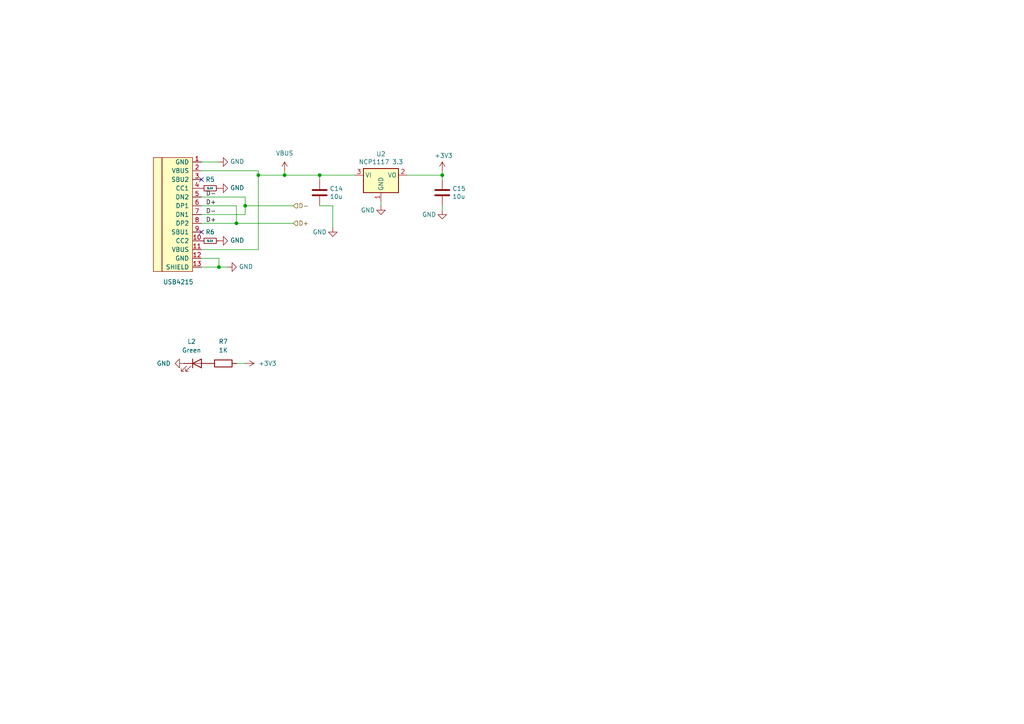
<source format=kicad_sch>
(kicad_sch (version 20250114) (generator "eeschema") (generator_version "9.0")
  (paper "A4")
  (title_block (title "MiniFRANK RM1U") (date "2025-03-04") (rev "1.01") (company "Mikhail Matveev") (comment 1 "https://github.com/xtremespb/frank"))
  (lib_symbols
    (symbol "+3V3_1" (power) (pin_numbers (hide yes)) (pin_names (offset 0) (hide yes))
      (property "Value" "+3V3" (at 0 3.556 0))
      (symbol "+3V3_1_0_1"
        (polyline (pts (xy -0.762 1.27) (xy 0 2.54)))
        (polyline (pts (xy 0 2.54) (xy 0.762 1.27)))
        (polyline (pts (xy 0 0) (xy 0 2.54)))
      )
      (symbol "+3V3_1_1_1"
        (pin power_in line (at 0 0 90) (length 0) (name "~") (number "1"))
      )
    )
    (symbol "Device:C" (pin_numbers (hide yes)) (pin_names (offset 0.254))
      (property "Reference" "C" (at 0.635 2.54 0))
      (property "Value" "C" (at 0.635 -2.54 0))
      (symbol "C_0_1"
        (polyline (pts (xy -2.032 0.762) (xy 2.032 0.762)) (stroke (width 0.508)))
        (polyline (pts (xy -2.032 -0.762) (xy 2.032 -0.762)) (stroke (width 0.508)))
      )
      (symbol "C_1_1"
        (pin passive line (at 0 3.81 270) (length 2.794) (name "~") (number "1"))
        (pin passive line (at 0 -3.81 90) (length 2.794) (name "~") (number "2"))
      )
    )
    (symbol "Device:LED" (pin_numbers (hide yes)) (pin_names (offset 1.016) (hide yes))
      (property "Reference" "D" (at 0 2.54 0))
      (property "Value" "LED" (at 0 -2.54 0))
      (symbol "LED_0_1"
        (polyline (pts (xy -3.048 -0.762) (xy -4.572 -2.286) (xy -3.81 -2.286) (xy -4.572 -2.286) (xy -4.572 -1.524)))
        (polyline (pts (xy -1.778 -0.762) (xy -3.302 -2.286) (xy -2.54 -2.286) (xy -3.302 -2.286) (xy -3.302 -1.524)))
        (polyline (pts (xy -1.27 0) (xy 1.27 0)))
        (polyline (pts (xy -1.27 -1.27) (xy -1.27 1.27)) (stroke (width 0.254)))
        (polyline (pts (xy 1.27 -1.27) (xy 1.27 1.27) (xy -1.27 0) (xy 1.27 -1.27)) (stroke (width 0.254)))
      )
      (symbol "LED_1_1"
        (pin passive line (at -3.81 0 0) (length 2.54) (name "K") (number "1"))
        (pin passive line (at 3.81 0 180) (length 2.54) (name "A") (number "2"))
      )
    )
    (symbol "Device:R" (pin_numbers (hide yes)) (pin_names (offset 0))
      (property "Reference" "R" (at 2.032 0 90))
      (property "Value" "R" (at 0 0 90))
      (symbol "R_0_1"
        (rectangle (start -1.016 -2.54) (end 1.016 2.54) (stroke (width 0.254)))
      )
      (symbol "R_1_1"
        (pin passive line (at 0 3.81 270) (length 1.27) (name "~") (number "1"))
        (pin passive line (at 0 -3.81 90) (length 1.27) (name "~") (number "2"))
      )
    )
    (symbol "Device:R_Small" (pin_numbers (hide yes)) (pin_names (offset 0.254) (hide yes))
      (property "Reference" "R" (at 0.762 0.508 0))
      (property "Value" "R_Small" (at 0.762 -1.016 0))
      (symbol "R_Small_0_1"
        (rectangle (start -0.762 1.778) (end 0.762 -1.778) (stroke (width 0.2032)))
      )
      (symbol "R_Small_1_1"
        (pin passive line (at 0 2.54 270) (length 0.762) (name "~") (number "1"))
        (pin passive line (at 0 -2.54 90) (length 0.762) (name "~") (number "2"))
      )
    )
    (symbol "FRANK:USB-C" (pin_names (offset 1.016))
      (property "Value" "USB Type C" (at 0.254 -20.828 0))
      (symbol "USB-C_0_1"
        (rectangle (start -11.43 15.24) (end -8.89 -17.78) (fill (type background)))
        (rectangle (start 0 -17.78) (end -8.89 15.24) (fill (type background)))
      )
      (symbol "USB-C_1_1"
        (pin input line (at 2.54 13.97 180) (length 2.54) (name "GND") (number "1"))
        (pin input line (at 2.54 11.43 180) (length 2.54) (name "VBUS") (number "2"))
        (pin input line (at 2.54 8.89 180) (length 2.54) (name "SBU2") (number "3"))
        (pin input line (at 2.54 6.35 180) (length 2.54) (name "CC1") (number "4"))
        (pin input line (at 2.54 3.81 180) (length 2.54) (name "DN2") (number "5"))
        (pin input line (at 2.54 1.27 180) (length 2.54) (name "DP1") (number "6"))
        (pin input line (at 2.54 -1.27 180) (length 2.54) (name "DN1") (number "7"))
        (pin input line (at 2.54 -3.81 180) (length 2.54) (name "DP2") (number "8"))
        (pin input line (at 2.54 -6.35 180) (length 2.54) (name "SBU1") (number "9"))
        (pin input line (at 2.54 -8.89 180) (length 2.54) (name "CC2") (number "10"))
        (pin input line (at 2.54 -11.43 180) (length 2.54) (name "VBUS") (number "11"))
        (pin input line (at 2.54 -13.97 180) (length 2.54) (name "GND") (number "12"))
        (pin input line (at 2.54 -16.51 180) (length 2.54) (name "SHIELD") (number "13"))
      )
    )
    (symbol "GND_1" (power) (pin_numbers (hide yes)) (pin_names (offset 0) (hide yes))
      (property "Value" "GND" (at 0 -3.81 0))
      (symbol "GND_1_0_1"
        (polyline (pts (xy 0 0) (xy 0 -1.27) (xy 1.27 -1.27) (xy 0 -2.54) (xy -1.27 -1.27) (xy 0 -1.27)))
      )
      (symbol "GND_1_1_1"
        (pin power_in line (at 0 0 270) (length 0) (name "~") (number "1"))
      )
    )
    (symbol "GND_2" (power) (pin_numbers (hide yes)) (pin_names (offset 0) (hide yes))
      (property "Value" "GND" (at 0 -3.81 0))
      (symbol "GND_2_0_1"
        (polyline (pts (xy 0 0) (xy 0 -1.27) (xy 1.27 -1.27) (xy 0 -2.54) (xy -1.27 -1.27) (xy 0 -1.27)))
      )
      (symbol "GND_2_1_1"
        (pin power_in line (at 0 0 270) (length 0) (name "~") (number "1"))
      )
    )
    (symbol "GND_3" (power) (pin_numbers (hide yes)) (pin_names (offset 0) (hide yes))
      (property "Value" "GND" (at 0 -3.81 0))
      (symbol "GND_3_0_1"
        (polyline (pts (xy 0 0) (xy 0 -1.27) (xy 1.27 -1.27) (xy 0 -2.54) (xy -1.27 -1.27) (xy 0 -1.27)))
      )
      (symbol "GND_3_1_1"
        (pin power_in line (at 0 0 270) (length 0) (name "~") (number "1"))
      )
    )
    (symbol "GND_4" (power) (pin_numbers (hide yes)) (pin_names (offset 0) (hide yes))
      (property "Value" "GND" (at 0 -3.81 0))
      (symbol "GND_4_0_1"
        (polyline (pts (xy 0 0) (xy 0 -1.27) (xy 1.27 -1.27) (xy 0 -2.54) (xy -1.27 -1.27) (xy 0 -1.27)))
      )
      (symbol "GND_4_1_1"
        (pin power_in line (at 0 0 270) (length 0) (name "~") (number "1"))
      )
    )
    (symbol "GND_5" (power) (pin_numbers (hide yes)) (pin_names (offset 0) (hide yes))
      (property "Value" "GND" (at 0 -3.81 0))
      (symbol "GND_5_0_1"
        (polyline (pts (xy 0 0) (xy 0 -1.27) (xy 1.27 -1.27) (xy 0 -2.54) (xy -1.27 -1.27) (xy 0 -1.27)))
      )
      (symbol "GND_5_1_1"
        (pin power_in line (at 0 0 270) (length 0) (name "~") (number "1"))
      )
    )
    (symbol "GND_6" (power) (pin_numbers (hide yes)) (pin_names (offset 0) (hide yes))
      (property "Value" "GND" (at 0 -3.81 0))
      (symbol "GND_6_0_1"
        (polyline (pts (xy 0 0) (xy 0 -1.27) (xy 1.27 -1.27) (xy 0 -2.54) (xy -1.27 -1.27) (xy 0 -1.27)))
      )
      (symbol "GND_6_1_1"
        (pin power_in line (at 0 0 270) (length 0) (name "~") (number "1"))
      )
    )
    (symbol "GND_7" (power) (pin_numbers (hide yes)) (pin_names (offset 0) (hide yes))
      (property "Value" "GND" (at 0 -3.81 0))
      (symbol "GND_7_0_1"
        (polyline (pts (xy 0 0) (xy 0 -1.27) (xy 1.27 -1.27) (xy 0 -2.54) (xy -1.27 -1.27) (xy 0 -1.27)))
      )
      (symbol "GND_7_1_1"
        (pin power_in line (at 0 0 270) (length 0) (name "~") (number "1"))
      )
    )
    (symbol "Regulator_Linear:NCP1117-3.3_SOT223"
      (property "Reference" "U" (at -3.81 3.175 0))
      (property "Value" "NCP1117-3.3_SOT223" (at 0 3.175 0))
      (symbol "NCP1117-3.3_SOT223_0_1"
        (rectangle (start -5.08 -5.08) (end 5.08 1.905) (stroke (width 0.254)) (fill (type background)))
      )
      (symbol "NCP1117-3.3_SOT223_1_1"
        (pin power_in line (at -7.62 0 0) (length 2.54) (name "VI") (number "3"))
        (pin power_in line (at 0 -7.62 90) (length 2.54) (name "GND") (number "1"))
        (pin power_out line (at 7.62 0 180) (length 2.54) (name "VO") (number "2"))
      )
    )
    (symbol "power:+3V3" (power) (pin_numbers (hide yes)) (pin_names (offset 0) (hide yes))
      (property "Value" "+3V3" (at 0 3.556 0))
      (symbol "+3V3_0_1"
        (polyline (pts (xy -0.762 1.27) (xy 0 2.54)))
        (polyline (pts (xy 0 2.54) (xy 0.762 1.27)))
        (polyline (pts (xy 0 0) (xy 0 2.54)))
      )
      (symbol "+3V3_1_1"
        (pin power_in line (at 0 0 90) (length 0) (name "~") (number "1"))
      )
    )
    (symbol "power:GND" (power) (pin_numbers (hide yes)) (pin_names (offset 0) (hide yes))
      (property "Value" "GND" (at 0 -3.81 0))
      (symbol "GND_0_1"
        (polyline (pts (xy 0 0) (xy 0 -1.27) (xy 1.27 -1.27) (xy 0 -2.54) (xy -1.27 -1.27) (xy 0 -1.27)))
      )
      (symbol "GND_1_1"
        (pin power_in line (at 0 0 270) (length 0) (name "~") (number "1"))
      )
    )
    (symbol "power:VBUS" (power) (pin_numbers (hide yes)) (pin_names (offset 0) (hide yes))
      (property "Value" "VBUS" (at 0 3.556 0))
      (symbol "VBUS_0_1"
        (polyline (pts (xy -0.762 1.27) (xy 0 2.54)))
        (polyline (pts (xy 0 2.54) (xy 0.762 1.27)))
        (polyline (pts (xy 0 0) (xy 0 2.54)))
      )
      (symbol "VBUS_1_1"
        (pin power_in line (at 0 0 90) (length 0) (name "~") (number "1"))
      )
    )
  )
  (junction (at 74.93 50.8))
  (junction (at 68.58 64.77))
  (junction (at 82.55 50.8))
  (junction (at 92.71 50.8))
  (junction (at 63.5 77.47))
  (junction (at 128.27 50.8))
  (junction (at 71.12 59.69))
  (no_connect (at 58.42 67.31))
  (no_connect (at 58.42 52.07))
  (wire (pts (xy 58.42 49.53) (xy 74.93 49.53)))
  (wire (pts (xy 58.42 59.69) (xy 68.58 59.69)))
  (wire (pts (xy 82.55 50.8) (xy 92.71 50.8)))
  (wire (pts (xy 102.87 50.8) (xy 92.71 50.8)))
  (wire (pts (xy 128.27 50.8) (xy 128.27 49.53)))
  (wire (pts (xy 63.5 77.47) (xy 66.04 77.47)))
  (wire (pts (xy 82.55 49.53) (xy 82.55 50.8)))
  (wire (pts (xy 63.5 74.93) (xy 63.5 77.47)))
  (wire (pts (xy 74.93 72.39) (xy 58.42 72.39)))
  (wire (pts (xy 92.71 52.07) (xy 92.71 50.8)))
  (wire (pts (xy 128.27 52.07) (xy 128.27 50.8)))
  (wire (pts (xy 96.52 59.69) (xy 92.71 59.69)))
  (wire (pts (xy 118.11 50.8) (xy 128.27 50.8)))
  (wire (pts (xy 58.42 57.15) (xy 71.12 57.15)))
  (wire (pts (xy 58.42 62.23) (xy 71.12 62.23)))
  (wire (pts (xy 71.12 59.69) (xy 85.09 59.69)))
  (wire (pts (xy 74.93 50.8) (xy 74.93 72.39)))
  (wire (pts (xy 74.93 49.53) (xy 74.93 50.8)))
  (wire (pts (xy 71.12 59.69) (xy 71.12 62.23)))
  (wire (pts (xy 58.42 46.99) (xy 63.5 46.99)))
  (wire (pts (xy 128.27 59.69) (xy 128.27 60.96)))
  (wire (pts (xy 58.42 77.47) (xy 63.5 77.47)))
  (wire (pts (xy 58.42 64.77) (xy 68.58 64.77)))
  (wire (pts (xy 96.52 59.69) (xy 96.52 66.04)))
  (wire (pts (xy 58.42 74.93) (xy 63.5 74.93)))
  (wire (pts (xy 71.12 57.15) (xy 71.12 59.69)))
  (wire (pts (xy 68.58 105.41) (xy 71.12 105.41)))
  (wire (pts (xy 74.93 50.8) (xy 82.55 50.8)))
  (wire (pts (xy 110.49 58.42) (xy 110.49 59.69)))
  (wire (pts (xy 68.58 64.77) (xy 85.09 64.77)))
  (wire (pts (xy 68.58 59.69) (xy 68.58 64.77)))
  (label "D-" (at 59.69 62.23 0))
  (label "D+" (at 59.69 64.77 0))
  (label "D-" (at 59.69 57.15 0))
  (label "D+" (at 59.69 59.69 0))
  (hierarchical_label "D-" (shape input) (at 85.09 59.69 0))
  (hierarchical_label "D+" (shape input) (at 85.09 64.77 0))
  (symbol (lib_name "GND_3") (lib_id "power:GND") (at 96.52 66.04 0) (unit 1)
    (property "Reference" "#PWR019" (effects (hide yes)))
    (property "Value" "GND" (at 92.71 67.31 0))
    (property "Description" "Power symbol creates a global label with name \"GND\" , ground" (effects (hide yes)))
  )
  (symbol (lib_id "power:VBUS") (at 82.55 49.53 0) (unit 1)
    (property "Reference" "#PWR014" (effects (hide yes)))
    (property "Value" "VBUS" (at 82.55 44.45 0))
    (property "Description" "Power symbol creates a global label with name \"VBUS\"" (effects (hide yes)))
  )
  (symbol (lib_name "GND_5") (lib_id "power:GND") (at 63.5 69.85 90) (unit 1)
    (property "Reference" "#PWR020" (effects (hide yes)))
    (property "Value" "GND" (at 66.7512 69.723 90) (effects (justify right)))
    (property "Description" "Power symbol creates a global label with name \"GND\" , ground" (effects (hide yes)))
  )
  (symbol (lib_name "GND_2") (lib_id "power:GND") (at 53.34 105.41 270) (unit 1)
    (property "Reference" "#PWR022" (effects (hide yes)))
    (property "Value" "GND" (at 49.53 105.4099 90) (effects (justify right)))
    (property "Description" "Power symbol creates a global label with name \"GND\" , ground" (effects (hide yes)))
  )
  (symbol (lib_id "Device:LED") (at 57.15 105.41 0) (unit 1)
    (property "Reference" "L2" (at 55.5625 99.06 0))
    (property "Value" "Green" (at 55.5625 101.6 0))
    (property "Footprint" "FRANK:LED (0805)" (effects (hide yes)))
    (property "Description" "Light emitting diode" (effects (hide yes)))
    (property "AliExpress" "https://www.aliexpress.com/item/1005005975741298.html" (effects (hide yes)))
    (property "Sim.Pins" "1=K 2=A" (effects (hide yes)))
  )
  (symbol (lib_id "Regulator_Linear:NCP1117-3.3_SOT223") (at 110.49 50.8 0) (unit 1)
    (property "Reference" "U2" (at 110.49 44.6532 0))
    (property "Value" "NCP1117 3.3" (at 110.49 46.9646 0))
    (property "Footprint" "FRANK:SOT-223" (effects (hide yes)))
    (property "Datasheet" "http://www.onsemi.com/pub_link/Collateral/NCP1117-D.PDF" (effects (hide yes)))
    (property "AliExpress" "https://www.aliexpress.com/item/1005005802338707.html" (effects (hide yes)))
  )
  (symbol (lib_id "Device:C") (at 128.27 55.88 0) (unit 1)
    (property "Reference" "C15" (at 131.191 54.7116 0) (effects (justify left)))
    (property "Value" "10u" (at 131.191 57.023 0) (effects (justify left)))
    (property "Footprint" "FRANK:Capacitor (0805)" (effects (hide yes)))
    (property "Datasheet" "https://eu.mouser.com/datasheet/2/40/KGM_X7R-3223212.pdf" (effects (hide yes)))
    (property "AliExpress" "https://www.aliexpress.com/item/33008008276.html" (effects (hide yes)))
  )
  (symbol (lib_id "FRANK:USB-C") (at 55.88 60.96 0) (unit 1)
    (property "Reference" "USB1" (effects (hide yes)))
    (property "Value" "USB4215" (at 56.134 81.788 0) (effects (justify right)))
    (property "Footprint" "FRANK:USB Type C" (effects (hide yes)))
    (property "Datasheet" "https://eu.mouser.com/datasheet/2/837/usb4215-3472997.pdf" (effects (hide yes)))
    (property "LCSC" "C165948" (effects (hide yes)))
    (property "AliExpress" "https://www.aliexpress.com/item/1005005500797563.html" (effects (hide yes)))
  )
  (symbol (lib_id "Device:C") (at 92.71 55.88 0) (unit 1)
    (property "Reference" "C14" (at 95.631 54.7116 0) (effects (justify left)))
    (property "Value" "10u" (at 95.631 57.023 0) (effects (justify left)))
    (property "Footprint" "FRANK:Capacitor (0805)" (effects (hide yes)))
    (property "Datasheet" "https://eu.mouser.com/datasheet/2/40/KGM_X7R-3223212.pdf" (effects (hide yes)))
    (property "AliExpress" "https://www.aliexpress.com/item/33008008276.html" (effects (hide yes)))
  )
  (symbol (lib_id "Device:R") (at 64.77 105.41 90) (unit 1)
    (property "Reference" "R7" (at 64.77 99.06 90))
    (property "Value" "1K" (at 64.77 101.6 90))
    (property "Footprint" "FRANK:Resistor (0805)" (effects (hide yes)))
    (property "Datasheet" "https://www.vishay.com/docs/28952/mcs0402at-mct0603at-mcu0805at-mca1206at.pdf" (effects (hide yes)))
    (property "Description" "Resistor" (effects (hide yes)))
    (property "AliExpress" "https://www.aliexpress.com/item/1005005945735199.html" (effects (hide yes)))
  )
  (symbol (lib_id "Device:R_Small") (at 60.96 69.85 270) (unit 1)
    (property "Reference" "R6" (at 60.96 67.31 90))
    (property "Value" "5.1K" (at 60.96 69.85 90) (effects (font (size 0.508 0.508))))
    (property "Footprint" "FRANK:Resistor (0805)" (effects (hide yes)))
    (property "Datasheet" "https://www.vishay.com/docs/28952/mcs0402at-mct0603at-mcu0805at-mca1206at.pdf" (effects (hide yes)))
    (property "LCSC" " " (effects (hide yes)))
    (property "AliExpress" "https://www.aliexpress.com/item/1005005945735199.html" (effects (hide yes)))
  )
  (symbol (lib_name "GND_6") (lib_id "power:GND") (at 63.5 54.61 90) (unit 1)
    (property "Reference" "#PWR016" (effects (hide yes)))
    (property "Value" "GND" (at 66.7512 54.483 90) (effects (justify right)))
    (property "Description" "Power symbol creates a global label with name \"GND\" , ground" (effects (hide yes)))
  )
  (symbol (lib_name "GND_1") (lib_id "power:GND") (at 128.27 60.96 0) (unit 1)
    (property "Reference" "#PWR018" (effects (hide yes)))
    (property "Value" "GND" (at 124.46 62.23 0))
    (property "Description" "Power symbol creates a global label with name \"GND\" , ground" (effects (hide yes)))
  )
  (symbol (lib_id "power:+3V3") (at 128.27 49.53 0) (unit 1)
    (property "Reference" "#PWR015" (effects (hide yes)))
    (property "Value" "+3V3" (at 128.651 45.1358 0))
    (property "Description" "Power symbol creates a global label with name \"+3V3\"" (effects (hide yes)))
  )
  (symbol (lib_id "Device:R_Small") (at 60.96 54.61 270) (unit 1)
    (property "Reference" "R5" (at 60.96 52.07 90))
    (property "Value" "5.1K" (at 60.96 54.61 90) (effects (font (size 0.508 0.508))))
    (property "Footprint" "FRANK:Resistor (0805)" (effects (hide yes)))
    (property "Datasheet" "https://www.vishay.com/docs/28952/mcs0402at-mct0603at-mcu0805at-mca1206at.pdf" (effects (hide yes)))
    (property "LCSC" " " (effects (hide yes)))
    (property "AliExpress" "https://www.aliexpress.com/item/1005005945735199.html" (effects (hide yes)))
  )
  (symbol (lib_id "power:GND") (at 63.5 46.99 90) (unit 1)
    (property "Reference" "#PWR013" (effects (hide yes)))
    (property "Value" "GND" (at 66.7512 46.863 90) (effects (justify right)))
    (property "Description" "Power symbol creates a global label with name \"GND\" , ground" (effects (hide yes)))
  )
  (symbol (lib_name "GND_7") (lib_id "power:GND") (at 66.04 77.47 90) (unit 1)
    (property "Reference" "#PWR021" (effects (hide yes)))
    (property "Value" "GND" (at 69.2912 77.343 90) (effects (justify right)))
    (property "Description" "Power symbol creates a global label with name \"GND\" , ground" (effects (hide yes)))
  )
  (symbol (lib_name "+3V3_1") (lib_id "power:+3V3") (at 71.12 105.41 270) (unit 1)
    (property "Reference" "#PWR023" (effects (hide yes)))
    (property "Value" "+3V3" (at 74.93 105.4099 90) (effects (justify left)))
    (property "Description" "Power symbol creates a global label with name \"+3V3\"" (effects (hide yes)))
  )
  (symbol (lib_name "GND_4") (lib_id "power:GND") (at 110.49 59.69 0) (unit 1)
    (property "Reference" "#PWR017" (effects (hide yes)))
    (property "Value" "GND" (at 106.68 60.96 0))
    (property "Description" "Power symbol creates a global label with name \"GND\" , ground" (effects (hide yes)))
  )
)
</source>
